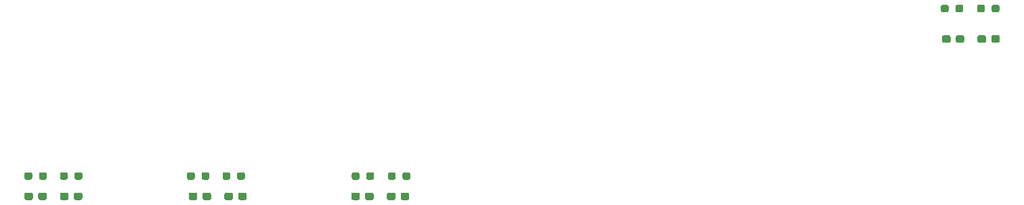
<source format=gbr>
%TF.GenerationSoftware,KiCad,Pcbnew,(5.1.9-0-10_14)*%
%TF.CreationDate,2021-02-22T19:48:58+01:00*%
%TF.ProjectId,DMXBox PCB,444d5842-6f78-4205-9043-422e6b696361,0.1*%
%TF.SameCoordinates,Original*%
%TF.FileFunction,Paste,Bot*%
%TF.FilePolarity,Positive*%
%FSLAX46Y46*%
G04 Gerber Fmt 4.6, Leading zero omitted, Abs format (unit mm)*
G04 Created by KiCad (PCBNEW (5.1.9-0-10_14)) date 2021-02-22 19:48:58*
%MOMM*%
%LPD*%
G01*
G04 APERTURE LIST*
G04 APERTURE END LIST*
%TO.C,C1*%
G36*
G01*
X205202500Y-99932500D02*
X205202500Y-99457500D01*
G75*
G02*
X205440000Y-99220000I237500J0D01*
G01*
X206040000Y-99220000D01*
G75*
G02*
X206277500Y-99457500I0J-237500D01*
G01*
X206277500Y-99932500D01*
G75*
G02*
X206040000Y-100170000I-237500J0D01*
G01*
X205440000Y-100170000D01*
G75*
G02*
X205202500Y-99932500I0J237500D01*
G01*
G37*
G36*
G01*
X203477500Y-99932500D02*
X203477500Y-99457500D01*
G75*
G02*
X203715000Y-99220000I237500J0D01*
G01*
X204315000Y-99220000D01*
G75*
G02*
X204552500Y-99457500I0J-237500D01*
G01*
X204552500Y-99932500D01*
G75*
G02*
X204315000Y-100170000I-237500J0D01*
G01*
X203715000Y-100170000D01*
G75*
G02*
X203477500Y-99932500I0J237500D01*
G01*
G37*
%TD*%
%TO.C,C2*%
G36*
G01*
X199032500Y-99932500D02*
X199032500Y-99457500D01*
G75*
G02*
X199270000Y-99220000I237500J0D01*
G01*
X199870000Y-99220000D01*
G75*
G02*
X200107500Y-99457500I0J-237500D01*
G01*
X200107500Y-99932500D01*
G75*
G02*
X199870000Y-100170000I-237500J0D01*
G01*
X199270000Y-100170000D01*
G75*
G02*
X199032500Y-99932500I0J237500D01*
G01*
G37*
G36*
G01*
X200757500Y-99932500D02*
X200757500Y-99457500D01*
G75*
G02*
X200995000Y-99220000I237500J0D01*
G01*
X201595000Y-99220000D01*
G75*
G02*
X201832500Y-99457500I0J-237500D01*
G01*
X201832500Y-99932500D01*
G75*
G02*
X201595000Y-100170000I-237500J0D01*
G01*
X200995000Y-100170000D01*
G75*
G02*
X200757500Y-99932500I0J237500D01*
G01*
G37*
%TD*%
%TO.C,C5*%
G36*
G01*
X86050000Y-119617500D02*
X86050000Y-119142500D01*
G75*
G02*
X86287500Y-118905000I237500J0D01*
G01*
X86887500Y-118905000D01*
G75*
G02*
X87125000Y-119142500I0J-237500D01*
G01*
X87125000Y-119617500D01*
G75*
G02*
X86887500Y-119855000I-237500J0D01*
G01*
X86287500Y-119855000D01*
G75*
G02*
X86050000Y-119617500I0J237500D01*
G01*
G37*
G36*
G01*
X84325000Y-119617500D02*
X84325000Y-119142500D01*
G75*
G02*
X84562500Y-118905000I237500J0D01*
G01*
X85162500Y-118905000D01*
G75*
G02*
X85400000Y-119142500I0J-237500D01*
G01*
X85400000Y-119617500D01*
G75*
G02*
X85162500Y-119855000I-237500J0D01*
G01*
X84562500Y-119855000D01*
G75*
G02*
X84325000Y-119617500I0J237500D01*
G01*
G37*
%TD*%
%TO.C,C6*%
G36*
G01*
X106597500Y-119617500D02*
X106597500Y-119142500D01*
G75*
G02*
X106835000Y-118905000I237500J0D01*
G01*
X107435000Y-118905000D01*
G75*
G02*
X107672500Y-119142500I0J-237500D01*
G01*
X107672500Y-119617500D01*
G75*
G02*
X107435000Y-119855000I-237500J0D01*
G01*
X106835000Y-119855000D01*
G75*
G02*
X106597500Y-119617500I0J237500D01*
G01*
G37*
G36*
G01*
X104872500Y-119617500D02*
X104872500Y-119142500D01*
G75*
G02*
X105110000Y-118905000I237500J0D01*
G01*
X105710000Y-118905000D01*
G75*
G02*
X105947500Y-119142500I0J-237500D01*
G01*
X105947500Y-119617500D01*
G75*
G02*
X105710000Y-119855000I-237500J0D01*
G01*
X105110000Y-119855000D01*
G75*
G02*
X104872500Y-119617500I0J237500D01*
G01*
G37*
%TD*%
%TO.C,C7*%
G36*
G01*
X126917500Y-119617500D02*
X126917500Y-119142500D01*
G75*
G02*
X127155000Y-118905000I237500J0D01*
G01*
X127755000Y-118905000D01*
G75*
G02*
X127992500Y-119142500I0J-237500D01*
G01*
X127992500Y-119617500D01*
G75*
G02*
X127755000Y-119855000I-237500J0D01*
G01*
X127155000Y-119855000D01*
G75*
G02*
X126917500Y-119617500I0J237500D01*
G01*
G37*
G36*
G01*
X125192500Y-119617500D02*
X125192500Y-119142500D01*
G75*
G02*
X125430000Y-118905000I237500J0D01*
G01*
X126030000Y-118905000D01*
G75*
G02*
X126267500Y-119142500I0J-237500D01*
G01*
X126267500Y-119617500D01*
G75*
G02*
X126030000Y-119855000I-237500J0D01*
G01*
X125430000Y-119855000D01*
G75*
G02*
X125192500Y-119617500I0J237500D01*
G01*
G37*
%TD*%
%TO.C,C8*%
G36*
G01*
X91570000Y-119142500D02*
X91570000Y-119617500D01*
G75*
G02*
X91332500Y-119855000I-237500J0D01*
G01*
X90732500Y-119855000D01*
G75*
G02*
X90495000Y-119617500I0J237500D01*
G01*
X90495000Y-119142500D01*
G75*
G02*
X90732500Y-118905000I237500J0D01*
G01*
X91332500Y-118905000D01*
G75*
G02*
X91570000Y-119142500I0J-237500D01*
G01*
G37*
G36*
G01*
X89845000Y-119142500D02*
X89845000Y-119617500D01*
G75*
G02*
X89607500Y-119855000I-237500J0D01*
G01*
X89007500Y-119855000D01*
G75*
G02*
X88770000Y-119617500I0J237500D01*
G01*
X88770000Y-119142500D01*
G75*
G02*
X89007500Y-118905000I237500J0D01*
G01*
X89607500Y-118905000D01*
G75*
G02*
X89845000Y-119142500I0J-237500D01*
G01*
G37*
%TD*%
%TO.C,C9*%
G36*
G01*
X112117500Y-119142500D02*
X112117500Y-119617500D01*
G75*
G02*
X111880000Y-119855000I-237500J0D01*
G01*
X111280000Y-119855000D01*
G75*
G02*
X111042500Y-119617500I0J237500D01*
G01*
X111042500Y-119142500D01*
G75*
G02*
X111280000Y-118905000I237500J0D01*
G01*
X111880000Y-118905000D01*
G75*
G02*
X112117500Y-119142500I0J-237500D01*
G01*
G37*
G36*
G01*
X110392500Y-119142500D02*
X110392500Y-119617500D01*
G75*
G02*
X110155000Y-119855000I-237500J0D01*
G01*
X109555000Y-119855000D01*
G75*
G02*
X109317500Y-119617500I0J237500D01*
G01*
X109317500Y-119142500D01*
G75*
G02*
X109555000Y-118905000I237500J0D01*
G01*
X110155000Y-118905000D01*
G75*
G02*
X110392500Y-119142500I0J-237500D01*
G01*
G37*
%TD*%
%TO.C,C10*%
G36*
G01*
X132437500Y-119142500D02*
X132437500Y-119617500D01*
G75*
G02*
X132200000Y-119855000I-237500J0D01*
G01*
X131600000Y-119855000D01*
G75*
G02*
X131362500Y-119617500I0J237500D01*
G01*
X131362500Y-119142500D01*
G75*
G02*
X131600000Y-118905000I237500J0D01*
G01*
X132200000Y-118905000D01*
G75*
G02*
X132437500Y-119142500I0J-237500D01*
G01*
G37*
G36*
G01*
X130712500Y-119142500D02*
X130712500Y-119617500D01*
G75*
G02*
X130475000Y-119855000I-237500J0D01*
G01*
X129875000Y-119855000D01*
G75*
G02*
X129637500Y-119617500I0J237500D01*
G01*
X129637500Y-119142500D01*
G75*
G02*
X129875000Y-118905000I237500J0D01*
G01*
X130475000Y-118905000D01*
G75*
G02*
X130712500Y-119142500I0J-237500D01*
G01*
G37*
%TD*%
%TO.C,R1*%
G36*
G01*
X205252500Y-96122500D02*
X205252500Y-95647500D01*
G75*
G02*
X205490000Y-95410000I237500J0D01*
G01*
X205990000Y-95410000D01*
G75*
G02*
X206227500Y-95647500I0J-237500D01*
G01*
X206227500Y-96122500D01*
G75*
G02*
X205990000Y-96360000I-237500J0D01*
G01*
X205490000Y-96360000D01*
G75*
G02*
X205252500Y-96122500I0J237500D01*
G01*
G37*
G36*
G01*
X203427500Y-96122500D02*
X203427500Y-95647500D01*
G75*
G02*
X203665000Y-95410000I237500J0D01*
G01*
X204165000Y-95410000D01*
G75*
G02*
X204402500Y-95647500I0J-237500D01*
G01*
X204402500Y-96122500D01*
G75*
G02*
X204165000Y-96360000I-237500J0D01*
G01*
X203665000Y-96360000D01*
G75*
G02*
X203427500Y-96122500I0J237500D01*
G01*
G37*
%TD*%
%TO.C,R2*%
G36*
G01*
X198902500Y-96122500D02*
X198902500Y-95647500D01*
G75*
G02*
X199140000Y-95410000I237500J0D01*
G01*
X199640000Y-95410000D01*
G75*
G02*
X199877500Y-95647500I0J-237500D01*
G01*
X199877500Y-96122500D01*
G75*
G02*
X199640000Y-96360000I-237500J0D01*
G01*
X199140000Y-96360000D01*
G75*
G02*
X198902500Y-96122500I0J237500D01*
G01*
G37*
G36*
G01*
X200727500Y-96122500D02*
X200727500Y-95647500D01*
G75*
G02*
X200965000Y-95410000I237500J0D01*
G01*
X201465000Y-95410000D01*
G75*
G02*
X201702500Y-95647500I0J-237500D01*
G01*
X201702500Y-96122500D01*
G75*
G02*
X201465000Y-96360000I-237500J0D01*
G01*
X200965000Y-96360000D01*
G75*
G02*
X200727500Y-96122500I0J237500D01*
G01*
G37*
%TD*%
%TO.C,R3*%
G36*
G01*
X85300000Y-116602500D02*
X85300000Y-117077500D01*
G75*
G02*
X85062500Y-117315000I-237500J0D01*
G01*
X84562500Y-117315000D01*
G75*
G02*
X84325000Y-117077500I0J237500D01*
G01*
X84325000Y-116602500D01*
G75*
G02*
X84562500Y-116365000I237500J0D01*
G01*
X85062500Y-116365000D01*
G75*
G02*
X85300000Y-116602500I0J-237500D01*
G01*
G37*
G36*
G01*
X87125000Y-116602500D02*
X87125000Y-117077500D01*
G75*
G02*
X86887500Y-117315000I-237500J0D01*
G01*
X86387500Y-117315000D01*
G75*
G02*
X86150000Y-117077500I0J237500D01*
G01*
X86150000Y-116602500D01*
G75*
G02*
X86387500Y-116365000I237500J0D01*
G01*
X86887500Y-116365000D01*
G75*
G02*
X87125000Y-116602500I0J-237500D01*
G01*
G37*
%TD*%
%TO.C,R4*%
G36*
G01*
X91570000Y-116602500D02*
X91570000Y-117077500D01*
G75*
G02*
X91332500Y-117315000I-237500J0D01*
G01*
X90832500Y-117315000D01*
G75*
G02*
X90595000Y-117077500I0J237500D01*
G01*
X90595000Y-116602500D01*
G75*
G02*
X90832500Y-116365000I237500J0D01*
G01*
X91332500Y-116365000D01*
G75*
G02*
X91570000Y-116602500I0J-237500D01*
G01*
G37*
G36*
G01*
X89745000Y-116602500D02*
X89745000Y-117077500D01*
G75*
G02*
X89507500Y-117315000I-237500J0D01*
G01*
X89007500Y-117315000D01*
G75*
G02*
X88770000Y-117077500I0J237500D01*
G01*
X88770000Y-116602500D01*
G75*
G02*
X89007500Y-116365000I237500J0D01*
G01*
X89507500Y-116365000D01*
G75*
G02*
X89745000Y-116602500I0J-237500D01*
G01*
G37*
%TD*%
%TO.C,R5*%
G36*
G01*
X105620000Y-116602500D02*
X105620000Y-117077500D01*
G75*
G02*
X105382500Y-117315000I-237500J0D01*
G01*
X104882500Y-117315000D01*
G75*
G02*
X104645000Y-117077500I0J237500D01*
G01*
X104645000Y-116602500D01*
G75*
G02*
X104882500Y-116365000I237500J0D01*
G01*
X105382500Y-116365000D01*
G75*
G02*
X105620000Y-116602500I0J-237500D01*
G01*
G37*
G36*
G01*
X107445000Y-116602500D02*
X107445000Y-117077500D01*
G75*
G02*
X107207500Y-117315000I-237500J0D01*
G01*
X106707500Y-117315000D01*
G75*
G02*
X106470000Y-117077500I0J237500D01*
G01*
X106470000Y-116602500D01*
G75*
G02*
X106707500Y-116365000I237500J0D01*
G01*
X107207500Y-116365000D01*
G75*
G02*
X107445000Y-116602500I0J-237500D01*
G01*
G37*
%TD*%
%TO.C,R6*%
G36*
G01*
X111890000Y-116602500D02*
X111890000Y-117077500D01*
G75*
G02*
X111652500Y-117315000I-237500J0D01*
G01*
X111152500Y-117315000D01*
G75*
G02*
X110915000Y-117077500I0J237500D01*
G01*
X110915000Y-116602500D01*
G75*
G02*
X111152500Y-116365000I237500J0D01*
G01*
X111652500Y-116365000D01*
G75*
G02*
X111890000Y-116602500I0J-237500D01*
G01*
G37*
G36*
G01*
X110065000Y-116602500D02*
X110065000Y-117077500D01*
G75*
G02*
X109827500Y-117315000I-237500J0D01*
G01*
X109327500Y-117315000D01*
G75*
G02*
X109090000Y-117077500I0J237500D01*
G01*
X109090000Y-116602500D01*
G75*
G02*
X109327500Y-116365000I237500J0D01*
G01*
X109827500Y-116365000D01*
G75*
G02*
X110065000Y-116602500I0J-237500D01*
G01*
G37*
%TD*%
%TO.C,R7*%
G36*
G01*
X126217500Y-116602500D02*
X126217500Y-117077500D01*
G75*
G02*
X125980000Y-117315000I-237500J0D01*
G01*
X125480000Y-117315000D01*
G75*
G02*
X125242500Y-117077500I0J237500D01*
G01*
X125242500Y-116602500D01*
G75*
G02*
X125480000Y-116365000I237500J0D01*
G01*
X125980000Y-116365000D01*
G75*
G02*
X126217500Y-116602500I0J-237500D01*
G01*
G37*
G36*
G01*
X128042500Y-116602500D02*
X128042500Y-117077500D01*
G75*
G02*
X127805000Y-117315000I-237500J0D01*
G01*
X127305000Y-117315000D01*
G75*
G02*
X127067500Y-117077500I0J237500D01*
G01*
X127067500Y-116602500D01*
G75*
G02*
X127305000Y-116365000I237500J0D01*
G01*
X127805000Y-116365000D01*
G75*
G02*
X128042500Y-116602500I0J-237500D01*
G01*
G37*
%TD*%
%TO.C,R8*%
G36*
G01*
X132567500Y-116602500D02*
X132567500Y-117077500D01*
G75*
G02*
X132330000Y-117315000I-237500J0D01*
G01*
X131830000Y-117315000D01*
G75*
G02*
X131592500Y-117077500I0J237500D01*
G01*
X131592500Y-116602500D01*
G75*
G02*
X131830000Y-116365000I237500J0D01*
G01*
X132330000Y-116365000D01*
G75*
G02*
X132567500Y-116602500I0J-237500D01*
G01*
G37*
G36*
G01*
X130742500Y-116602500D02*
X130742500Y-117077500D01*
G75*
G02*
X130505000Y-117315000I-237500J0D01*
G01*
X130005000Y-117315000D01*
G75*
G02*
X129767500Y-117077500I0J237500D01*
G01*
X129767500Y-116602500D01*
G75*
G02*
X130005000Y-116365000I237500J0D01*
G01*
X130505000Y-116365000D01*
G75*
G02*
X130742500Y-116602500I0J-237500D01*
G01*
G37*
%TD*%
M02*

</source>
